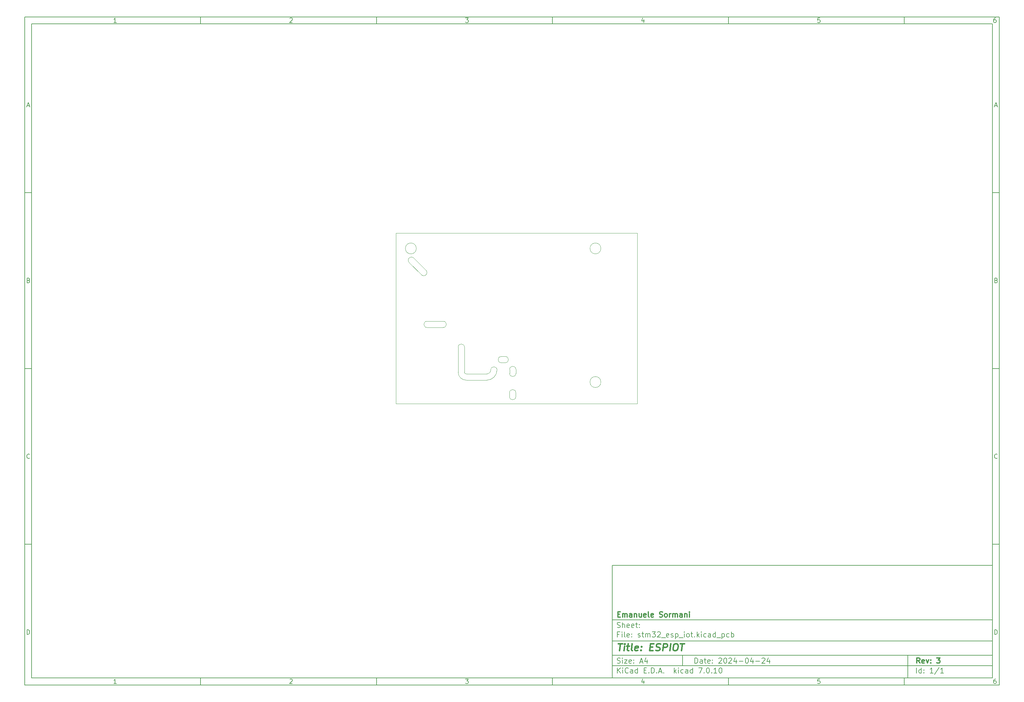
<source format=gbr>
%TF.GenerationSoftware,KiCad,Pcbnew,7.0.10*%
%TF.CreationDate,2024-04-24T00:52:37+02:00*%
%TF.ProjectId,stm32_esp_iot,73746d33-325f-4657-9370-5f696f742e6b,3*%
%TF.SameCoordinates,Original*%
%TF.FileFunction,Profile,NP*%
%FSLAX46Y46*%
G04 Gerber Fmt 4.6, Leading zero omitted, Abs format (unit mm)*
G04 Created by KiCad (PCBNEW 7.0.10) date 2024-04-24 00:52:37*
%MOMM*%
%LPD*%
G01*
G04 APERTURE LIST*
%ADD10C,0.100000*%
%ADD11C,0.150000*%
%ADD12C,0.300000*%
%ADD13C,0.400000*%
%TA.AperFunction,Profile*%
%ADD14C,0.100000*%
%TD*%
G04 APERTURE END LIST*
D10*
D11*
X177002200Y-166007200D02*
X285002200Y-166007200D01*
X285002200Y-198007200D01*
X177002200Y-198007200D01*
X177002200Y-166007200D01*
D10*
D11*
X10000000Y-10000000D02*
X287002200Y-10000000D01*
X287002200Y-200007200D01*
X10000000Y-200007200D01*
X10000000Y-10000000D01*
D10*
D11*
X12000000Y-12000000D02*
X285002200Y-12000000D01*
X285002200Y-198007200D01*
X12000000Y-198007200D01*
X12000000Y-12000000D01*
D10*
D11*
X60000000Y-12000000D02*
X60000000Y-10000000D01*
D10*
D11*
X110000000Y-12000000D02*
X110000000Y-10000000D01*
D10*
D11*
X160000000Y-12000000D02*
X160000000Y-10000000D01*
D10*
D11*
X210000000Y-12000000D02*
X210000000Y-10000000D01*
D10*
D11*
X260000000Y-12000000D02*
X260000000Y-10000000D01*
D10*
D11*
X36089160Y-11593604D02*
X35346303Y-11593604D01*
X35717731Y-11593604D02*
X35717731Y-10293604D01*
X35717731Y-10293604D02*
X35593922Y-10479319D01*
X35593922Y-10479319D02*
X35470112Y-10603128D01*
X35470112Y-10603128D02*
X35346303Y-10665033D01*
D10*
D11*
X85346303Y-10417414D02*
X85408207Y-10355509D01*
X85408207Y-10355509D02*
X85532017Y-10293604D01*
X85532017Y-10293604D02*
X85841541Y-10293604D01*
X85841541Y-10293604D02*
X85965350Y-10355509D01*
X85965350Y-10355509D02*
X86027255Y-10417414D01*
X86027255Y-10417414D02*
X86089160Y-10541223D01*
X86089160Y-10541223D02*
X86089160Y-10665033D01*
X86089160Y-10665033D02*
X86027255Y-10850747D01*
X86027255Y-10850747D02*
X85284398Y-11593604D01*
X85284398Y-11593604D02*
X86089160Y-11593604D01*
D10*
D11*
X135284398Y-10293604D02*
X136089160Y-10293604D01*
X136089160Y-10293604D02*
X135655826Y-10788842D01*
X135655826Y-10788842D02*
X135841541Y-10788842D01*
X135841541Y-10788842D02*
X135965350Y-10850747D01*
X135965350Y-10850747D02*
X136027255Y-10912652D01*
X136027255Y-10912652D02*
X136089160Y-11036461D01*
X136089160Y-11036461D02*
X136089160Y-11345985D01*
X136089160Y-11345985D02*
X136027255Y-11469795D01*
X136027255Y-11469795D02*
X135965350Y-11531700D01*
X135965350Y-11531700D02*
X135841541Y-11593604D01*
X135841541Y-11593604D02*
X135470112Y-11593604D01*
X135470112Y-11593604D02*
X135346303Y-11531700D01*
X135346303Y-11531700D02*
X135284398Y-11469795D01*
D10*
D11*
X185965350Y-10726938D02*
X185965350Y-11593604D01*
X185655826Y-10231700D02*
X185346303Y-11160271D01*
X185346303Y-11160271D02*
X186151064Y-11160271D01*
D10*
D11*
X236027255Y-10293604D02*
X235408207Y-10293604D01*
X235408207Y-10293604D02*
X235346303Y-10912652D01*
X235346303Y-10912652D02*
X235408207Y-10850747D01*
X235408207Y-10850747D02*
X235532017Y-10788842D01*
X235532017Y-10788842D02*
X235841541Y-10788842D01*
X235841541Y-10788842D02*
X235965350Y-10850747D01*
X235965350Y-10850747D02*
X236027255Y-10912652D01*
X236027255Y-10912652D02*
X236089160Y-11036461D01*
X236089160Y-11036461D02*
X236089160Y-11345985D01*
X236089160Y-11345985D02*
X236027255Y-11469795D01*
X236027255Y-11469795D02*
X235965350Y-11531700D01*
X235965350Y-11531700D02*
X235841541Y-11593604D01*
X235841541Y-11593604D02*
X235532017Y-11593604D01*
X235532017Y-11593604D02*
X235408207Y-11531700D01*
X235408207Y-11531700D02*
X235346303Y-11469795D01*
D10*
D11*
X285965350Y-10293604D02*
X285717731Y-10293604D01*
X285717731Y-10293604D02*
X285593922Y-10355509D01*
X285593922Y-10355509D02*
X285532017Y-10417414D01*
X285532017Y-10417414D02*
X285408207Y-10603128D01*
X285408207Y-10603128D02*
X285346303Y-10850747D01*
X285346303Y-10850747D02*
X285346303Y-11345985D01*
X285346303Y-11345985D02*
X285408207Y-11469795D01*
X285408207Y-11469795D02*
X285470112Y-11531700D01*
X285470112Y-11531700D02*
X285593922Y-11593604D01*
X285593922Y-11593604D02*
X285841541Y-11593604D01*
X285841541Y-11593604D02*
X285965350Y-11531700D01*
X285965350Y-11531700D02*
X286027255Y-11469795D01*
X286027255Y-11469795D02*
X286089160Y-11345985D01*
X286089160Y-11345985D02*
X286089160Y-11036461D01*
X286089160Y-11036461D02*
X286027255Y-10912652D01*
X286027255Y-10912652D02*
X285965350Y-10850747D01*
X285965350Y-10850747D02*
X285841541Y-10788842D01*
X285841541Y-10788842D02*
X285593922Y-10788842D01*
X285593922Y-10788842D02*
X285470112Y-10850747D01*
X285470112Y-10850747D02*
X285408207Y-10912652D01*
X285408207Y-10912652D02*
X285346303Y-11036461D01*
D10*
D11*
X60000000Y-198007200D02*
X60000000Y-200007200D01*
D10*
D11*
X110000000Y-198007200D02*
X110000000Y-200007200D01*
D10*
D11*
X160000000Y-198007200D02*
X160000000Y-200007200D01*
D10*
D11*
X210000000Y-198007200D02*
X210000000Y-200007200D01*
D10*
D11*
X260000000Y-198007200D02*
X260000000Y-200007200D01*
D10*
D11*
X36089160Y-199600804D02*
X35346303Y-199600804D01*
X35717731Y-199600804D02*
X35717731Y-198300804D01*
X35717731Y-198300804D02*
X35593922Y-198486519D01*
X35593922Y-198486519D02*
X35470112Y-198610328D01*
X35470112Y-198610328D02*
X35346303Y-198672233D01*
D10*
D11*
X85346303Y-198424614D02*
X85408207Y-198362709D01*
X85408207Y-198362709D02*
X85532017Y-198300804D01*
X85532017Y-198300804D02*
X85841541Y-198300804D01*
X85841541Y-198300804D02*
X85965350Y-198362709D01*
X85965350Y-198362709D02*
X86027255Y-198424614D01*
X86027255Y-198424614D02*
X86089160Y-198548423D01*
X86089160Y-198548423D02*
X86089160Y-198672233D01*
X86089160Y-198672233D02*
X86027255Y-198857947D01*
X86027255Y-198857947D02*
X85284398Y-199600804D01*
X85284398Y-199600804D02*
X86089160Y-199600804D01*
D10*
D11*
X135284398Y-198300804D02*
X136089160Y-198300804D01*
X136089160Y-198300804D02*
X135655826Y-198796042D01*
X135655826Y-198796042D02*
X135841541Y-198796042D01*
X135841541Y-198796042D02*
X135965350Y-198857947D01*
X135965350Y-198857947D02*
X136027255Y-198919852D01*
X136027255Y-198919852D02*
X136089160Y-199043661D01*
X136089160Y-199043661D02*
X136089160Y-199353185D01*
X136089160Y-199353185D02*
X136027255Y-199476995D01*
X136027255Y-199476995D02*
X135965350Y-199538900D01*
X135965350Y-199538900D02*
X135841541Y-199600804D01*
X135841541Y-199600804D02*
X135470112Y-199600804D01*
X135470112Y-199600804D02*
X135346303Y-199538900D01*
X135346303Y-199538900D02*
X135284398Y-199476995D01*
D10*
D11*
X185965350Y-198734138D02*
X185965350Y-199600804D01*
X185655826Y-198238900D02*
X185346303Y-199167471D01*
X185346303Y-199167471D02*
X186151064Y-199167471D01*
D10*
D11*
X236027255Y-198300804D02*
X235408207Y-198300804D01*
X235408207Y-198300804D02*
X235346303Y-198919852D01*
X235346303Y-198919852D02*
X235408207Y-198857947D01*
X235408207Y-198857947D02*
X235532017Y-198796042D01*
X235532017Y-198796042D02*
X235841541Y-198796042D01*
X235841541Y-198796042D02*
X235965350Y-198857947D01*
X235965350Y-198857947D02*
X236027255Y-198919852D01*
X236027255Y-198919852D02*
X236089160Y-199043661D01*
X236089160Y-199043661D02*
X236089160Y-199353185D01*
X236089160Y-199353185D02*
X236027255Y-199476995D01*
X236027255Y-199476995D02*
X235965350Y-199538900D01*
X235965350Y-199538900D02*
X235841541Y-199600804D01*
X235841541Y-199600804D02*
X235532017Y-199600804D01*
X235532017Y-199600804D02*
X235408207Y-199538900D01*
X235408207Y-199538900D02*
X235346303Y-199476995D01*
D10*
D11*
X285965350Y-198300804D02*
X285717731Y-198300804D01*
X285717731Y-198300804D02*
X285593922Y-198362709D01*
X285593922Y-198362709D02*
X285532017Y-198424614D01*
X285532017Y-198424614D02*
X285408207Y-198610328D01*
X285408207Y-198610328D02*
X285346303Y-198857947D01*
X285346303Y-198857947D02*
X285346303Y-199353185D01*
X285346303Y-199353185D02*
X285408207Y-199476995D01*
X285408207Y-199476995D02*
X285470112Y-199538900D01*
X285470112Y-199538900D02*
X285593922Y-199600804D01*
X285593922Y-199600804D02*
X285841541Y-199600804D01*
X285841541Y-199600804D02*
X285965350Y-199538900D01*
X285965350Y-199538900D02*
X286027255Y-199476995D01*
X286027255Y-199476995D02*
X286089160Y-199353185D01*
X286089160Y-199353185D02*
X286089160Y-199043661D01*
X286089160Y-199043661D02*
X286027255Y-198919852D01*
X286027255Y-198919852D02*
X285965350Y-198857947D01*
X285965350Y-198857947D02*
X285841541Y-198796042D01*
X285841541Y-198796042D02*
X285593922Y-198796042D01*
X285593922Y-198796042D02*
X285470112Y-198857947D01*
X285470112Y-198857947D02*
X285408207Y-198919852D01*
X285408207Y-198919852D02*
X285346303Y-199043661D01*
D10*
D11*
X10000000Y-60000000D02*
X12000000Y-60000000D01*
D10*
D11*
X10000000Y-110000000D02*
X12000000Y-110000000D01*
D10*
D11*
X10000000Y-160000000D02*
X12000000Y-160000000D01*
D10*
D11*
X10690476Y-35222176D02*
X11309523Y-35222176D01*
X10566666Y-35593604D02*
X10999999Y-34293604D01*
X10999999Y-34293604D02*
X11433333Y-35593604D01*
D10*
D11*
X11092857Y-84912652D02*
X11278571Y-84974557D01*
X11278571Y-84974557D02*
X11340476Y-85036461D01*
X11340476Y-85036461D02*
X11402380Y-85160271D01*
X11402380Y-85160271D02*
X11402380Y-85345985D01*
X11402380Y-85345985D02*
X11340476Y-85469795D01*
X11340476Y-85469795D02*
X11278571Y-85531700D01*
X11278571Y-85531700D02*
X11154761Y-85593604D01*
X11154761Y-85593604D02*
X10659523Y-85593604D01*
X10659523Y-85593604D02*
X10659523Y-84293604D01*
X10659523Y-84293604D02*
X11092857Y-84293604D01*
X11092857Y-84293604D02*
X11216666Y-84355509D01*
X11216666Y-84355509D02*
X11278571Y-84417414D01*
X11278571Y-84417414D02*
X11340476Y-84541223D01*
X11340476Y-84541223D02*
X11340476Y-84665033D01*
X11340476Y-84665033D02*
X11278571Y-84788842D01*
X11278571Y-84788842D02*
X11216666Y-84850747D01*
X11216666Y-84850747D02*
X11092857Y-84912652D01*
X11092857Y-84912652D02*
X10659523Y-84912652D01*
D10*
D11*
X11402380Y-135469795D02*
X11340476Y-135531700D01*
X11340476Y-135531700D02*
X11154761Y-135593604D01*
X11154761Y-135593604D02*
X11030952Y-135593604D01*
X11030952Y-135593604D02*
X10845238Y-135531700D01*
X10845238Y-135531700D02*
X10721428Y-135407890D01*
X10721428Y-135407890D02*
X10659523Y-135284080D01*
X10659523Y-135284080D02*
X10597619Y-135036461D01*
X10597619Y-135036461D02*
X10597619Y-134850747D01*
X10597619Y-134850747D02*
X10659523Y-134603128D01*
X10659523Y-134603128D02*
X10721428Y-134479319D01*
X10721428Y-134479319D02*
X10845238Y-134355509D01*
X10845238Y-134355509D02*
X11030952Y-134293604D01*
X11030952Y-134293604D02*
X11154761Y-134293604D01*
X11154761Y-134293604D02*
X11340476Y-134355509D01*
X11340476Y-134355509D02*
X11402380Y-134417414D01*
D10*
D11*
X10659523Y-185593604D02*
X10659523Y-184293604D01*
X10659523Y-184293604D02*
X10969047Y-184293604D01*
X10969047Y-184293604D02*
X11154761Y-184355509D01*
X11154761Y-184355509D02*
X11278571Y-184479319D01*
X11278571Y-184479319D02*
X11340476Y-184603128D01*
X11340476Y-184603128D02*
X11402380Y-184850747D01*
X11402380Y-184850747D02*
X11402380Y-185036461D01*
X11402380Y-185036461D02*
X11340476Y-185284080D01*
X11340476Y-185284080D02*
X11278571Y-185407890D01*
X11278571Y-185407890D02*
X11154761Y-185531700D01*
X11154761Y-185531700D02*
X10969047Y-185593604D01*
X10969047Y-185593604D02*
X10659523Y-185593604D01*
D10*
D11*
X287002200Y-60000000D02*
X285002200Y-60000000D01*
D10*
D11*
X287002200Y-110000000D02*
X285002200Y-110000000D01*
D10*
D11*
X287002200Y-160000000D02*
X285002200Y-160000000D01*
D10*
D11*
X285692676Y-35222176D02*
X286311723Y-35222176D01*
X285568866Y-35593604D02*
X286002199Y-34293604D01*
X286002199Y-34293604D02*
X286435533Y-35593604D01*
D10*
D11*
X286095057Y-84912652D02*
X286280771Y-84974557D01*
X286280771Y-84974557D02*
X286342676Y-85036461D01*
X286342676Y-85036461D02*
X286404580Y-85160271D01*
X286404580Y-85160271D02*
X286404580Y-85345985D01*
X286404580Y-85345985D02*
X286342676Y-85469795D01*
X286342676Y-85469795D02*
X286280771Y-85531700D01*
X286280771Y-85531700D02*
X286156961Y-85593604D01*
X286156961Y-85593604D02*
X285661723Y-85593604D01*
X285661723Y-85593604D02*
X285661723Y-84293604D01*
X285661723Y-84293604D02*
X286095057Y-84293604D01*
X286095057Y-84293604D02*
X286218866Y-84355509D01*
X286218866Y-84355509D02*
X286280771Y-84417414D01*
X286280771Y-84417414D02*
X286342676Y-84541223D01*
X286342676Y-84541223D02*
X286342676Y-84665033D01*
X286342676Y-84665033D02*
X286280771Y-84788842D01*
X286280771Y-84788842D02*
X286218866Y-84850747D01*
X286218866Y-84850747D02*
X286095057Y-84912652D01*
X286095057Y-84912652D02*
X285661723Y-84912652D01*
D10*
D11*
X286404580Y-135469795D02*
X286342676Y-135531700D01*
X286342676Y-135531700D02*
X286156961Y-135593604D01*
X286156961Y-135593604D02*
X286033152Y-135593604D01*
X286033152Y-135593604D02*
X285847438Y-135531700D01*
X285847438Y-135531700D02*
X285723628Y-135407890D01*
X285723628Y-135407890D02*
X285661723Y-135284080D01*
X285661723Y-135284080D02*
X285599819Y-135036461D01*
X285599819Y-135036461D02*
X285599819Y-134850747D01*
X285599819Y-134850747D02*
X285661723Y-134603128D01*
X285661723Y-134603128D02*
X285723628Y-134479319D01*
X285723628Y-134479319D02*
X285847438Y-134355509D01*
X285847438Y-134355509D02*
X286033152Y-134293604D01*
X286033152Y-134293604D02*
X286156961Y-134293604D01*
X286156961Y-134293604D02*
X286342676Y-134355509D01*
X286342676Y-134355509D02*
X286404580Y-134417414D01*
D10*
D11*
X285661723Y-185593604D02*
X285661723Y-184293604D01*
X285661723Y-184293604D02*
X285971247Y-184293604D01*
X285971247Y-184293604D02*
X286156961Y-184355509D01*
X286156961Y-184355509D02*
X286280771Y-184479319D01*
X286280771Y-184479319D02*
X286342676Y-184603128D01*
X286342676Y-184603128D02*
X286404580Y-184850747D01*
X286404580Y-184850747D02*
X286404580Y-185036461D01*
X286404580Y-185036461D02*
X286342676Y-185284080D01*
X286342676Y-185284080D02*
X286280771Y-185407890D01*
X286280771Y-185407890D02*
X286156961Y-185531700D01*
X286156961Y-185531700D02*
X285971247Y-185593604D01*
X285971247Y-185593604D02*
X285661723Y-185593604D01*
D10*
D11*
X200458026Y-193793328D02*
X200458026Y-192293328D01*
X200458026Y-192293328D02*
X200815169Y-192293328D01*
X200815169Y-192293328D02*
X201029455Y-192364757D01*
X201029455Y-192364757D02*
X201172312Y-192507614D01*
X201172312Y-192507614D02*
X201243741Y-192650471D01*
X201243741Y-192650471D02*
X201315169Y-192936185D01*
X201315169Y-192936185D02*
X201315169Y-193150471D01*
X201315169Y-193150471D02*
X201243741Y-193436185D01*
X201243741Y-193436185D02*
X201172312Y-193579042D01*
X201172312Y-193579042D02*
X201029455Y-193721900D01*
X201029455Y-193721900D02*
X200815169Y-193793328D01*
X200815169Y-193793328D02*
X200458026Y-193793328D01*
X202600884Y-193793328D02*
X202600884Y-193007614D01*
X202600884Y-193007614D02*
X202529455Y-192864757D01*
X202529455Y-192864757D02*
X202386598Y-192793328D01*
X202386598Y-192793328D02*
X202100884Y-192793328D01*
X202100884Y-192793328D02*
X201958026Y-192864757D01*
X202600884Y-193721900D02*
X202458026Y-193793328D01*
X202458026Y-193793328D02*
X202100884Y-193793328D01*
X202100884Y-193793328D02*
X201958026Y-193721900D01*
X201958026Y-193721900D02*
X201886598Y-193579042D01*
X201886598Y-193579042D02*
X201886598Y-193436185D01*
X201886598Y-193436185D02*
X201958026Y-193293328D01*
X201958026Y-193293328D02*
X202100884Y-193221900D01*
X202100884Y-193221900D02*
X202458026Y-193221900D01*
X202458026Y-193221900D02*
X202600884Y-193150471D01*
X203100884Y-192793328D02*
X203672312Y-192793328D01*
X203315169Y-192293328D02*
X203315169Y-193579042D01*
X203315169Y-193579042D02*
X203386598Y-193721900D01*
X203386598Y-193721900D02*
X203529455Y-193793328D01*
X203529455Y-193793328D02*
X203672312Y-193793328D01*
X204743741Y-193721900D02*
X204600884Y-193793328D01*
X204600884Y-193793328D02*
X204315170Y-193793328D01*
X204315170Y-193793328D02*
X204172312Y-193721900D01*
X204172312Y-193721900D02*
X204100884Y-193579042D01*
X204100884Y-193579042D02*
X204100884Y-193007614D01*
X204100884Y-193007614D02*
X204172312Y-192864757D01*
X204172312Y-192864757D02*
X204315170Y-192793328D01*
X204315170Y-192793328D02*
X204600884Y-192793328D01*
X204600884Y-192793328D02*
X204743741Y-192864757D01*
X204743741Y-192864757D02*
X204815170Y-193007614D01*
X204815170Y-193007614D02*
X204815170Y-193150471D01*
X204815170Y-193150471D02*
X204100884Y-193293328D01*
X205458026Y-193650471D02*
X205529455Y-193721900D01*
X205529455Y-193721900D02*
X205458026Y-193793328D01*
X205458026Y-193793328D02*
X205386598Y-193721900D01*
X205386598Y-193721900D02*
X205458026Y-193650471D01*
X205458026Y-193650471D02*
X205458026Y-193793328D01*
X205458026Y-192864757D02*
X205529455Y-192936185D01*
X205529455Y-192936185D02*
X205458026Y-193007614D01*
X205458026Y-193007614D02*
X205386598Y-192936185D01*
X205386598Y-192936185D02*
X205458026Y-192864757D01*
X205458026Y-192864757D02*
X205458026Y-193007614D01*
X207243741Y-192436185D02*
X207315169Y-192364757D01*
X207315169Y-192364757D02*
X207458027Y-192293328D01*
X207458027Y-192293328D02*
X207815169Y-192293328D01*
X207815169Y-192293328D02*
X207958027Y-192364757D01*
X207958027Y-192364757D02*
X208029455Y-192436185D01*
X208029455Y-192436185D02*
X208100884Y-192579042D01*
X208100884Y-192579042D02*
X208100884Y-192721900D01*
X208100884Y-192721900D02*
X208029455Y-192936185D01*
X208029455Y-192936185D02*
X207172312Y-193793328D01*
X207172312Y-193793328D02*
X208100884Y-193793328D01*
X209029455Y-192293328D02*
X209172312Y-192293328D01*
X209172312Y-192293328D02*
X209315169Y-192364757D01*
X209315169Y-192364757D02*
X209386598Y-192436185D01*
X209386598Y-192436185D02*
X209458026Y-192579042D01*
X209458026Y-192579042D02*
X209529455Y-192864757D01*
X209529455Y-192864757D02*
X209529455Y-193221900D01*
X209529455Y-193221900D02*
X209458026Y-193507614D01*
X209458026Y-193507614D02*
X209386598Y-193650471D01*
X209386598Y-193650471D02*
X209315169Y-193721900D01*
X209315169Y-193721900D02*
X209172312Y-193793328D01*
X209172312Y-193793328D02*
X209029455Y-193793328D01*
X209029455Y-193793328D02*
X208886598Y-193721900D01*
X208886598Y-193721900D02*
X208815169Y-193650471D01*
X208815169Y-193650471D02*
X208743740Y-193507614D01*
X208743740Y-193507614D02*
X208672312Y-193221900D01*
X208672312Y-193221900D02*
X208672312Y-192864757D01*
X208672312Y-192864757D02*
X208743740Y-192579042D01*
X208743740Y-192579042D02*
X208815169Y-192436185D01*
X208815169Y-192436185D02*
X208886598Y-192364757D01*
X208886598Y-192364757D02*
X209029455Y-192293328D01*
X210100883Y-192436185D02*
X210172311Y-192364757D01*
X210172311Y-192364757D02*
X210315169Y-192293328D01*
X210315169Y-192293328D02*
X210672311Y-192293328D01*
X210672311Y-192293328D02*
X210815169Y-192364757D01*
X210815169Y-192364757D02*
X210886597Y-192436185D01*
X210886597Y-192436185D02*
X210958026Y-192579042D01*
X210958026Y-192579042D02*
X210958026Y-192721900D01*
X210958026Y-192721900D02*
X210886597Y-192936185D01*
X210886597Y-192936185D02*
X210029454Y-193793328D01*
X210029454Y-193793328D02*
X210958026Y-193793328D01*
X212243740Y-192793328D02*
X212243740Y-193793328D01*
X211886597Y-192221900D02*
X211529454Y-193293328D01*
X211529454Y-193293328D02*
X212458025Y-193293328D01*
X213029453Y-193221900D02*
X214172311Y-193221900D01*
X215172311Y-192293328D02*
X215315168Y-192293328D01*
X215315168Y-192293328D02*
X215458025Y-192364757D01*
X215458025Y-192364757D02*
X215529454Y-192436185D01*
X215529454Y-192436185D02*
X215600882Y-192579042D01*
X215600882Y-192579042D02*
X215672311Y-192864757D01*
X215672311Y-192864757D02*
X215672311Y-193221900D01*
X215672311Y-193221900D02*
X215600882Y-193507614D01*
X215600882Y-193507614D02*
X215529454Y-193650471D01*
X215529454Y-193650471D02*
X215458025Y-193721900D01*
X215458025Y-193721900D02*
X215315168Y-193793328D01*
X215315168Y-193793328D02*
X215172311Y-193793328D01*
X215172311Y-193793328D02*
X215029454Y-193721900D01*
X215029454Y-193721900D02*
X214958025Y-193650471D01*
X214958025Y-193650471D02*
X214886596Y-193507614D01*
X214886596Y-193507614D02*
X214815168Y-193221900D01*
X214815168Y-193221900D02*
X214815168Y-192864757D01*
X214815168Y-192864757D02*
X214886596Y-192579042D01*
X214886596Y-192579042D02*
X214958025Y-192436185D01*
X214958025Y-192436185D02*
X215029454Y-192364757D01*
X215029454Y-192364757D02*
X215172311Y-192293328D01*
X216958025Y-192793328D02*
X216958025Y-193793328D01*
X216600882Y-192221900D02*
X216243739Y-193293328D01*
X216243739Y-193293328D02*
X217172310Y-193293328D01*
X217743738Y-193221900D02*
X218886596Y-193221900D01*
X219529453Y-192436185D02*
X219600881Y-192364757D01*
X219600881Y-192364757D02*
X219743739Y-192293328D01*
X219743739Y-192293328D02*
X220100881Y-192293328D01*
X220100881Y-192293328D02*
X220243739Y-192364757D01*
X220243739Y-192364757D02*
X220315167Y-192436185D01*
X220315167Y-192436185D02*
X220386596Y-192579042D01*
X220386596Y-192579042D02*
X220386596Y-192721900D01*
X220386596Y-192721900D02*
X220315167Y-192936185D01*
X220315167Y-192936185D02*
X219458024Y-193793328D01*
X219458024Y-193793328D02*
X220386596Y-193793328D01*
X221672310Y-192793328D02*
X221672310Y-193793328D01*
X221315167Y-192221900D02*
X220958024Y-193293328D01*
X220958024Y-193293328D02*
X221886595Y-193293328D01*
D10*
D11*
X177002200Y-194507200D02*
X285002200Y-194507200D01*
D10*
D11*
X178458026Y-196593328D02*
X178458026Y-195093328D01*
X179315169Y-196593328D02*
X178672312Y-195736185D01*
X179315169Y-195093328D02*
X178458026Y-195950471D01*
X179958026Y-196593328D02*
X179958026Y-195593328D01*
X179958026Y-195093328D02*
X179886598Y-195164757D01*
X179886598Y-195164757D02*
X179958026Y-195236185D01*
X179958026Y-195236185D02*
X180029455Y-195164757D01*
X180029455Y-195164757D02*
X179958026Y-195093328D01*
X179958026Y-195093328D02*
X179958026Y-195236185D01*
X181529455Y-196450471D02*
X181458027Y-196521900D01*
X181458027Y-196521900D02*
X181243741Y-196593328D01*
X181243741Y-196593328D02*
X181100884Y-196593328D01*
X181100884Y-196593328D02*
X180886598Y-196521900D01*
X180886598Y-196521900D02*
X180743741Y-196379042D01*
X180743741Y-196379042D02*
X180672312Y-196236185D01*
X180672312Y-196236185D02*
X180600884Y-195950471D01*
X180600884Y-195950471D02*
X180600884Y-195736185D01*
X180600884Y-195736185D02*
X180672312Y-195450471D01*
X180672312Y-195450471D02*
X180743741Y-195307614D01*
X180743741Y-195307614D02*
X180886598Y-195164757D01*
X180886598Y-195164757D02*
X181100884Y-195093328D01*
X181100884Y-195093328D02*
X181243741Y-195093328D01*
X181243741Y-195093328D02*
X181458027Y-195164757D01*
X181458027Y-195164757D02*
X181529455Y-195236185D01*
X182815170Y-196593328D02*
X182815170Y-195807614D01*
X182815170Y-195807614D02*
X182743741Y-195664757D01*
X182743741Y-195664757D02*
X182600884Y-195593328D01*
X182600884Y-195593328D02*
X182315170Y-195593328D01*
X182315170Y-195593328D02*
X182172312Y-195664757D01*
X182815170Y-196521900D02*
X182672312Y-196593328D01*
X182672312Y-196593328D02*
X182315170Y-196593328D01*
X182315170Y-196593328D02*
X182172312Y-196521900D01*
X182172312Y-196521900D02*
X182100884Y-196379042D01*
X182100884Y-196379042D02*
X182100884Y-196236185D01*
X182100884Y-196236185D02*
X182172312Y-196093328D01*
X182172312Y-196093328D02*
X182315170Y-196021900D01*
X182315170Y-196021900D02*
X182672312Y-196021900D01*
X182672312Y-196021900D02*
X182815170Y-195950471D01*
X184172313Y-196593328D02*
X184172313Y-195093328D01*
X184172313Y-196521900D02*
X184029455Y-196593328D01*
X184029455Y-196593328D02*
X183743741Y-196593328D01*
X183743741Y-196593328D02*
X183600884Y-196521900D01*
X183600884Y-196521900D02*
X183529455Y-196450471D01*
X183529455Y-196450471D02*
X183458027Y-196307614D01*
X183458027Y-196307614D02*
X183458027Y-195879042D01*
X183458027Y-195879042D02*
X183529455Y-195736185D01*
X183529455Y-195736185D02*
X183600884Y-195664757D01*
X183600884Y-195664757D02*
X183743741Y-195593328D01*
X183743741Y-195593328D02*
X184029455Y-195593328D01*
X184029455Y-195593328D02*
X184172313Y-195664757D01*
X186029455Y-195807614D02*
X186529455Y-195807614D01*
X186743741Y-196593328D02*
X186029455Y-196593328D01*
X186029455Y-196593328D02*
X186029455Y-195093328D01*
X186029455Y-195093328D02*
X186743741Y-195093328D01*
X187386598Y-196450471D02*
X187458027Y-196521900D01*
X187458027Y-196521900D02*
X187386598Y-196593328D01*
X187386598Y-196593328D02*
X187315170Y-196521900D01*
X187315170Y-196521900D02*
X187386598Y-196450471D01*
X187386598Y-196450471D02*
X187386598Y-196593328D01*
X188100884Y-196593328D02*
X188100884Y-195093328D01*
X188100884Y-195093328D02*
X188458027Y-195093328D01*
X188458027Y-195093328D02*
X188672313Y-195164757D01*
X188672313Y-195164757D02*
X188815170Y-195307614D01*
X188815170Y-195307614D02*
X188886599Y-195450471D01*
X188886599Y-195450471D02*
X188958027Y-195736185D01*
X188958027Y-195736185D02*
X188958027Y-195950471D01*
X188958027Y-195950471D02*
X188886599Y-196236185D01*
X188886599Y-196236185D02*
X188815170Y-196379042D01*
X188815170Y-196379042D02*
X188672313Y-196521900D01*
X188672313Y-196521900D02*
X188458027Y-196593328D01*
X188458027Y-196593328D02*
X188100884Y-196593328D01*
X189600884Y-196450471D02*
X189672313Y-196521900D01*
X189672313Y-196521900D02*
X189600884Y-196593328D01*
X189600884Y-196593328D02*
X189529456Y-196521900D01*
X189529456Y-196521900D02*
X189600884Y-196450471D01*
X189600884Y-196450471D02*
X189600884Y-196593328D01*
X190243742Y-196164757D02*
X190958028Y-196164757D01*
X190100885Y-196593328D02*
X190600885Y-195093328D01*
X190600885Y-195093328D02*
X191100885Y-196593328D01*
X191600884Y-196450471D02*
X191672313Y-196521900D01*
X191672313Y-196521900D02*
X191600884Y-196593328D01*
X191600884Y-196593328D02*
X191529456Y-196521900D01*
X191529456Y-196521900D02*
X191600884Y-196450471D01*
X191600884Y-196450471D02*
X191600884Y-196593328D01*
X194600884Y-196593328D02*
X194600884Y-195093328D01*
X194743742Y-196021900D02*
X195172313Y-196593328D01*
X195172313Y-195593328D02*
X194600884Y-196164757D01*
X195815170Y-196593328D02*
X195815170Y-195593328D01*
X195815170Y-195093328D02*
X195743742Y-195164757D01*
X195743742Y-195164757D02*
X195815170Y-195236185D01*
X195815170Y-195236185D02*
X195886599Y-195164757D01*
X195886599Y-195164757D02*
X195815170Y-195093328D01*
X195815170Y-195093328D02*
X195815170Y-195236185D01*
X197172314Y-196521900D02*
X197029456Y-196593328D01*
X197029456Y-196593328D02*
X196743742Y-196593328D01*
X196743742Y-196593328D02*
X196600885Y-196521900D01*
X196600885Y-196521900D02*
X196529456Y-196450471D01*
X196529456Y-196450471D02*
X196458028Y-196307614D01*
X196458028Y-196307614D02*
X196458028Y-195879042D01*
X196458028Y-195879042D02*
X196529456Y-195736185D01*
X196529456Y-195736185D02*
X196600885Y-195664757D01*
X196600885Y-195664757D02*
X196743742Y-195593328D01*
X196743742Y-195593328D02*
X197029456Y-195593328D01*
X197029456Y-195593328D02*
X197172314Y-195664757D01*
X198458028Y-196593328D02*
X198458028Y-195807614D01*
X198458028Y-195807614D02*
X198386599Y-195664757D01*
X198386599Y-195664757D02*
X198243742Y-195593328D01*
X198243742Y-195593328D02*
X197958028Y-195593328D01*
X197958028Y-195593328D02*
X197815170Y-195664757D01*
X198458028Y-196521900D02*
X198315170Y-196593328D01*
X198315170Y-196593328D02*
X197958028Y-196593328D01*
X197958028Y-196593328D02*
X197815170Y-196521900D01*
X197815170Y-196521900D02*
X197743742Y-196379042D01*
X197743742Y-196379042D02*
X197743742Y-196236185D01*
X197743742Y-196236185D02*
X197815170Y-196093328D01*
X197815170Y-196093328D02*
X197958028Y-196021900D01*
X197958028Y-196021900D02*
X198315170Y-196021900D01*
X198315170Y-196021900D02*
X198458028Y-195950471D01*
X199815171Y-196593328D02*
X199815171Y-195093328D01*
X199815171Y-196521900D02*
X199672313Y-196593328D01*
X199672313Y-196593328D02*
X199386599Y-196593328D01*
X199386599Y-196593328D02*
X199243742Y-196521900D01*
X199243742Y-196521900D02*
X199172313Y-196450471D01*
X199172313Y-196450471D02*
X199100885Y-196307614D01*
X199100885Y-196307614D02*
X199100885Y-195879042D01*
X199100885Y-195879042D02*
X199172313Y-195736185D01*
X199172313Y-195736185D02*
X199243742Y-195664757D01*
X199243742Y-195664757D02*
X199386599Y-195593328D01*
X199386599Y-195593328D02*
X199672313Y-195593328D01*
X199672313Y-195593328D02*
X199815171Y-195664757D01*
X201529456Y-195093328D02*
X202529456Y-195093328D01*
X202529456Y-195093328D02*
X201886599Y-196593328D01*
X203100884Y-196450471D02*
X203172313Y-196521900D01*
X203172313Y-196521900D02*
X203100884Y-196593328D01*
X203100884Y-196593328D02*
X203029456Y-196521900D01*
X203029456Y-196521900D02*
X203100884Y-196450471D01*
X203100884Y-196450471D02*
X203100884Y-196593328D01*
X204100885Y-195093328D02*
X204243742Y-195093328D01*
X204243742Y-195093328D02*
X204386599Y-195164757D01*
X204386599Y-195164757D02*
X204458028Y-195236185D01*
X204458028Y-195236185D02*
X204529456Y-195379042D01*
X204529456Y-195379042D02*
X204600885Y-195664757D01*
X204600885Y-195664757D02*
X204600885Y-196021900D01*
X204600885Y-196021900D02*
X204529456Y-196307614D01*
X204529456Y-196307614D02*
X204458028Y-196450471D01*
X204458028Y-196450471D02*
X204386599Y-196521900D01*
X204386599Y-196521900D02*
X204243742Y-196593328D01*
X204243742Y-196593328D02*
X204100885Y-196593328D01*
X204100885Y-196593328D02*
X203958028Y-196521900D01*
X203958028Y-196521900D02*
X203886599Y-196450471D01*
X203886599Y-196450471D02*
X203815170Y-196307614D01*
X203815170Y-196307614D02*
X203743742Y-196021900D01*
X203743742Y-196021900D02*
X203743742Y-195664757D01*
X203743742Y-195664757D02*
X203815170Y-195379042D01*
X203815170Y-195379042D02*
X203886599Y-195236185D01*
X203886599Y-195236185D02*
X203958028Y-195164757D01*
X203958028Y-195164757D02*
X204100885Y-195093328D01*
X205243741Y-196450471D02*
X205315170Y-196521900D01*
X205315170Y-196521900D02*
X205243741Y-196593328D01*
X205243741Y-196593328D02*
X205172313Y-196521900D01*
X205172313Y-196521900D02*
X205243741Y-196450471D01*
X205243741Y-196450471D02*
X205243741Y-196593328D01*
X206743742Y-196593328D02*
X205886599Y-196593328D01*
X206315170Y-196593328D02*
X206315170Y-195093328D01*
X206315170Y-195093328D02*
X206172313Y-195307614D01*
X206172313Y-195307614D02*
X206029456Y-195450471D01*
X206029456Y-195450471D02*
X205886599Y-195521900D01*
X207672313Y-195093328D02*
X207815170Y-195093328D01*
X207815170Y-195093328D02*
X207958027Y-195164757D01*
X207958027Y-195164757D02*
X208029456Y-195236185D01*
X208029456Y-195236185D02*
X208100884Y-195379042D01*
X208100884Y-195379042D02*
X208172313Y-195664757D01*
X208172313Y-195664757D02*
X208172313Y-196021900D01*
X208172313Y-196021900D02*
X208100884Y-196307614D01*
X208100884Y-196307614D02*
X208029456Y-196450471D01*
X208029456Y-196450471D02*
X207958027Y-196521900D01*
X207958027Y-196521900D02*
X207815170Y-196593328D01*
X207815170Y-196593328D02*
X207672313Y-196593328D01*
X207672313Y-196593328D02*
X207529456Y-196521900D01*
X207529456Y-196521900D02*
X207458027Y-196450471D01*
X207458027Y-196450471D02*
X207386598Y-196307614D01*
X207386598Y-196307614D02*
X207315170Y-196021900D01*
X207315170Y-196021900D02*
X207315170Y-195664757D01*
X207315170Y-195664757D02*
X207386598Y-195379042D01*
X207386598Y-195379042D02*
X207458027Y-195236185D01*
X207458027Y-195236185D02*
X207529456Y-195164757D01*
X207529456Y-195164757D02*
X207672313Y-195093328D01*
D10*
D11*
X177002200Y-191507200D02*
X285002200Y-191507200D01*
D10*
D12*
X264413853Y-193785528D02*
X263913853Y-193071242D01*
X263556710Y-193785528D02*
X263556710Y-192285528D01*
X263556710Y-192285528D02*
X264128139Y-192285528D01*
X264128139Y-192285528D02*
X264270996Y-192356957D01*
X264270996Y-192356957D02*
X264342425Y-192428385D01*
X264342425Y-192428385D02*
X264413853Y-192571242D01*
X264413853Y-192571242D02*
X264413853Y-192785528D01*
X264413853Y-192785528D02*
X264342425Y-192928385D01*
X264342425Y-192928385D02*
X264270996Y-192999814D01*
X264270996Y-192999814D02*
X264128139Y-193071242D01*
X264128139Y-193071242D02*
X263556710Y-193071242D01*
X265628139Y-193714100D02*
X265485282Y-193785528D01*
X265485282Y-193785528D02*
X265199568Y-193785528D01*
X265199568Y-193785528D02*
X265056710Y-193714100D01*
X265056710Y-193714100D02*
X264985282Y-193571242D01*
X264985282Y-193571242D02*
X264985282Y-192999814D01*
X264985282Y-192999814D02*
X265056710Y-192856957D01*
X265056710Y-192856957D02*
X265199568Y-192785528D01*
X265199568Y-192785528D02*
X265485282Y-192785528D01*
X265485282Y-192785528D02*
X265628139Y-192856957D01*
X265628139Y-192856957D02*
X265699568Y-192999814D01*
X265699568Y-192999814D02*
X265699568Y-193142671D01*
X265699568Y-193142671D02*
X264985282Y-193285528D01*
X266199567Y-192785528D02*
X266556710Y-193785528D01*
X266556710Y-193785528D02*
X266913853Y-192785528D01*
X267485281Y-193642671D02*
X267556710Y-193714100D01*
X267556710Y-193714100D02*
X267485281Y-193785528D01*
X267485281Y-193785528D02*
X267413853Y-193714100D01*
X267413853Y-193714100D02*
X267485281Y-193642671D01*
X267485281Y-193642671D02*
X267485281Y-193785528D01*
X267485281Y-192856957D02*
X267556710Y-192928385D01*
X267556710Y-192928385D02*
X267485281Y-192999814D01*
X267485281Y-192999814D02*
X267413853Y-192928385D01*
X267413853Y-192928385D02*
X267485281Y-192856957D01*
X267485281Y-192856957D02*
X267485281Y-192999814D01*
X269199567Y-192285528D02*
X270128139Y-192285528D01*
X270128139Y-192285528D02*
X269628139Y-192856957D01*
X269628139Y-192856957D02*
X269842424Y-192856957D01*
X269842424Y-192856957D02*
X269985282Y-192928385D01*
X269985282Y-192928385D02*
X270056710Y-192999814D01*
X270056710Y-192999814D02*
X270128139Y-193142671D01*
X270128139Y-193142671D02*
X270128139Y-193499814D01*
X270128139Y-193499814D02*
X270056710Y-193642671D01*
X270056710Y-193642671D02*
X269985282Y-193714100D01*
X269985282Y-193714100D02*
X269842424Y-193785528D01*
X269842424Y-193785528D02*
X269413853Y-193785528D01*
X269413853Y-193785528D02*
X269270996Y-193714100D01*
X269270996Y-193714100D02*
X269199567Y-193642671D01*
D10*
D11*
X178386598Y-193721900D02*
X178600884Y-193793328D01*
X178600884Y-193793328D02*
X178958026Y-193793328D01*
X178958026Y-193793328D02*
X179100884Y-193721900D01*
X179100884Y-193721900D02*
X179172312Y-193650471D01*
X179172312Y-193650471D02*
X179243741Y-193507614D01*
X179243741Y-193507614D02*
X179243741Y-193364757D01*
X179243741Y-193364757D02*
X179172312Y-193221900D01*
X179172312Y-193221900D02*
X179100884Y-193150471D01*
X179100884Y-193150471D02*
X178958026Y-193079042D01*
X178958026Y-193079042D02*
X178672312Y-193007614D01*
X178672312Y-193007614D02*
X178529455Y-192936185D01*
X178529455Y-192936185D02*
X178458026Y-192864757D01*
X178458026Y-192864757D02*
X178386598Y-192721900D01*
X178386598Y-192721900D02*
X178386598Y-192579042D01*
X178386598Y-192579042D02*
X178458026Y-192436185D01*
X178458026Y-192436185D02*
X178529455Y-192364757D01*
X178529455Y-192364757D02*
X178672312Y-192293328D01*
X178672312Y-192293328D02*
X179029455Y-192293328D01*
X179029455Y-192293328D02*
X179243741Y-192364757D01*
X179886597Y-193793328D02*
X179886597Y-192793328D01*
X179886597Y-192293328D02*
X179815169Y-192364757D01*
X179815169Y-192364757D02*
X179886597Y-192436185D01*
X179886597Y-192436185D02*
X179958026Y-192364757D01*
X179958026Y-192364757D02*
X179886597Y-192293328D01*
X179886597Y-192293328D02*
X179886597Y-192436185D01*
X180458026Y-192793328D02*
X181243741Y-192793328D01*
X181243741Y-192793328D02*
X180458026Y-193793328D01*
X180458026Y-193793328D02*
X181243741Y-193793328D01*
X182386598Y-193721900D02*
X182243741Y-193793328D01*
X182243741Y-193793328D02*
X181958027Y-193793328D01*
X181958027Y-193793328D02*
X181815169Y-193721900D01*
X181815169Y-193721900D02*
X181743741Y-193579042D01*
X181743741Y-193579042D02*
X181743741Y-193007614D01*
X181743741Y-193007614D02*
X181815169Y-192864757D01*
X181815169Y-192864757D02*
X181958027Y-192793328D01*
X181958027Y-192793328D02*
X182243741Y-192793328D01*
X182243741Y-192793328D02*
X182386598Y-192864757D01*
X182386598Y-192864757D02*
X182458027Y-193007614D01*
X182458027Y-193007614D02*
X182458027Y-193150471D01*
X182458027Y-193150471D02*
X181743741Y-193293328D01*
X183100883Y-193650471D02*
X183172312Y-193721900D01*
X183172312Y-193721900D02*
X183100883Y-193793328D01*
X183100883Y-193793328D02*
X183029455Y-193721900D01*
X183029455Y-193721900D02*
X183100883Y-193650471D01*
X183100883Y-193650471D02*
X183100883Y-193793328D01*
X183100883Y-192864757D02*
X183172312Y-192936185D01*
X183172312Y-192936185D02*
X183100883Y-193007614D01*
X183100883Y-193007614D02*
X183029455Y-192936185D01*
X183029455Y-192936185D02*
X183100883Y-192864757D01*
X183100883Y-192864757D02*
X183100883Y-193007614D01*
X184886598Y-193364757D02*
X185600884Y-193364757D01*
X184743741Y-193793328D02*
X185243741Y-192293328D01*
X185243741Y-192293328D02*
X185743741Y-193793328D01*
X186886598Y-192793328D02*
X186886598Y-193793328D01*
X186529455Y-192221900D02*
X186172312Y-193293328D01*
X186172312Y-193293328D02*
X187100883Y-193293328D01*
D10*
D11*
X263458026Y-196593328D02*
X263458026Y-195093328D01*
X264815170Y-196593328D02*
X264815170Y-195093328D01*
X264815170Y-196521900D02*
X264672312Y-196593328D01*
X264672312Y-196593328D02*
X264386598Y-196593328D01*
X264386598Y-196593328D02*
X264243741Y-196521900D01*
X264243741Y-196521900D02*
X264172312Y-196450471D01*
X264172312Y-196450471D02*
X264100884Y-196307614D01*
X264100884Y-196307614D02*
X264100884Y-195879042D01*
X264100884Y-195879042D02*
X264172312Y-195736185D01*
X264172312Y-195736185D02*
X264243741Y-195664757D01*
X264243741Y-195664757D02*
X264386598Y-195593328D01*
X264386598Y-195593328D02*
X264672312Y-195593328D01*
X264672312Y-195593328D02*
X264815170Y-195664757D01*
X265529455Y-196450471D02*
X265600884Y-196521900D01*
X265600884Y-196521900D02*
X265529455Y-196593328D01*
X265529455Y-196593328D02*
X265458027Y-196521900D01*
X265458027Y-196521900D02*
X265529455Y-196450471D01*
X265529455Y-196450471D02*
X265529455Y-196593328D01*
X265529455Y-195664757D02*
X265600884Y-195736185D01*
X265600884Y-195736185D02*
X265529455Y-195807614D01*
X265529455Y-195807614D02*
X265458027Y-195736185D01*
X265458027Y-195736185D02*
X265529455Y-195664757D01*
X265529455Y-195664757D02*
X265529455Y-195807614D01*
X268172313Y-196593328D02*
X267315170Y-196593328D01*
X267743741Y-196593328D02*
X267743741Y-195093328D01*
X267743741Y-195093328D02*
X267600884Y-195307614D01*
X267600884Y-195307614D02*
X267458027Y-195450471D01*
X267458027Y-195450471D02*
X267315170Y-195521900D01*
X269886598Y-195021900D02*
X268600884Y-196950471D01*
X271172313Y-196593328D02*
X270315170Y-196593328D01*
X270743741Y-196593328D02*
X270743741Y-195093328D01*
X270743741Y-195093328D02*
X270600884Y-195307614D01*
X270600884Y-195307614D02*
X270458027Y-195450471D01*
X270458027Y-195450471D02*
X270315170Y-195521900D01*
D10*
D11*
X177002200Y-187507200D02*
X285002200Y-187507200D01*
D10*
D13*
X178693928Y-188211638D02*
X179836785Y-188211638D01*
X179015357Y-190211638D02*
X179265357Y-188211638D01*
X180253452Y-190211638D02*
X180420119Y-188878304D01*
X180503452Y-188211638D02*
X180396309Y-188306876D01*
X180396309Y-188306876D02*
X180479643Y-188402114D01*
X180479643Y-188402114D02*
X180586786Y-188306876D01*
X180586786Y-188306876D02*
X180503452Y-188211638D01*
X180503452Y-188211638D02*
X180479643Y-188402114D01*
X181086786Y-188878304D02*
X181848690Y-188878304D01*
X181455833Y-188211638D02*
X181241548Y-189925923D01*
X181241548Y-189925923D02*
X181312976Y-190116400D01*
X181312976Y-190116400D02*
X181491548Y-190211638D01*
X181491548Y-190211638D02*
X181682024Y-190211638D01*
X182634405Y-190211638D02*
X182455833Y-190116400D01*
X182455833Y-190116400D02*
X182384405Y-189925923D01*
X182384405Y-189925923D02*
X182598690Y-188211638D01*
X184170119Y-190116400D02*
X183967738Y-190211638D01*
X183967738Y-190211638D02*
X183586785Y-190211638D01*
X183586785Y-190211638D02*
X183408214Y-190116400D01*
X183408214Y-190116400D02*
X183336785Y-189925923D01*
X183336785Y-189925923D02*
X183432024Y-189164019D01*
X183432024Y-189164019D02*
X183551071Y-188973542D01*
X183551071Y-188973542D02*
X183753452Y-188878304D01*
X183753452Y-188878304D02*
X184134404Y-188878304D01*
X184134404Y-188878304D02*
X184312976Y-188973542D01*
X184312976Y-188973542D02*
X184384404Y-189164019D01*
X184384404Y-189164019D02*
X184360595Y-189354495D01*
X184360595Y-189354495D02*
X183384404Y-189544971D01*
X185134405Y-190021161D02*
X185217738Y-190116400D01*
X185217738Y-190116400D02*
X185110595Y-190211638D01*
X185110595Y-190211638D02*
X185027262Y-190116400D01*
X185027262Y-190116400D02*
X185134405Y-190021161D01*
X185134405Y-190021161D02*
X185110595Y-190211638D01*
X185265357Y-188973542D02*
X185348690Y-189068780D01*
X185348690Y-189068780D02*
X185241548Y-189164019D01*
X185241548Y-189164019D02*
X185158214Y-189068780D01*
X185158214Y-189068780D02*
X185265357Y-188973542D01*
X185265357Y-188973542D02*
X185241548Y-189164019D01*
X187717739Y-189164019D02*
X188384405Y-189164019D01*
X188539167Y-190211638D02*
X187586786Y-190211638D01*
X187586786Y-190211638D02*
X187836786Y-188211638D01*
X187836786Y-188211638D02*
X188789167Y-188211638D01*
X189312977Y-190116400D02*
X189586786Y-190211638D01*
X189586786Y-190211638D02*
X190062977Y-190211638D01*
X190062977Y-190211638D02*
X190265358Y-190116400D01*
X190265358Y-190116400D02*
X190372501Y-190021161D01*
X190372501Y-190021161D02*
X190491548Y-189830685D01*
X190491548Y-189830685D02*
X190515358Y-189640209D01*
X190515358Y-189640209D02*
X190443929Y-189449733D01*
X190443929Y-189449733D02*
X190360596Y-189354495D01*
X190360596Y-189354495D02*
X190182025Y-189259257D01*
X190182025Y-189259257D02*
X189812977Y-189164019D01*
X189812977Y-189164019D02*
X189634405Y-189068780D01*
X189634405Y-189068780D02*
X189551072Y-188973542D01*
X189551072Y-188973542D02*
X189479644Y-188783066D01*
X189479644Y-188783066D02*
X189503453Y-188592590D01*
X189503453Y-188592590D02*
X189622501Y-188402114D01*
X189622501Y-188402114D02*
X189729644Y-188306876D01*
X189729644Y-188306876D02*
X189932025Y-188211638D01*
X189932025Y-188211638D02*
X190408215Y-188211638D01*
X190408215Y-188211638D02*
X190682025Y-188306876D01*
X191301072Y-190211638D02*
X191551072Y-188211638D01*
X191551072Y-188211638D02*
X192312977Y-188211638D01*
X192312977Y-188211638D02*
X192491548Y-188306876D01*
X192491548Y-188306876D02*
X192574882Y-188402114D01*
X192574882Y-188402114D02*
X192646310Y-188592590D01*
X192646310Y-188592590D02*
X192610596Y-188878304D01*
X192610596Y-188878304D02*
X192491548Y-189068780D01*
X192491548Y-189068780D02*
X192384406Y-189164019D01*
X192384406Y-189164019D02*
X192182025Y-189259257D01*
X192182025Y-189259257D02*
X191420120Y-189259257D01*
X193301072Y-190211638D02*
X193551072Y-188211638D01*
X194884406Y-188211638D02*
X195265358Y-188211638D01*
X195265358Y-188211638D02*
X195443929Y-188306876D01*
X195443929Y-188306876D02*
X195610596Y-188497352D01*
X195610596Y-188497352D02*
X195658215Y-188878304D01*
X195658215Y-188878304D02*
X195574882Y-189544971D01*
X195574882Y-189544971D02*
X195432025Y-189925923D01*
X195432025Y-189925923D02*
X195217739Y-190116400D01*
X195217739Y-190116400D02*
X195015358Y-190211638D01*
X195015358Y-190211638D02*
X194634406Y-190211638D01*
X194634406Y-190211638D02*
X194455834Y-190116400D01*
X194455834Y-190116400D02*
X194289168Y-189925923D01*
X194289168Y-189925923D02*
X194241548Y-189544971D01*
X194241548Y-189544971D02*
X194324882Y-188878304D01*
X194324882Y-188878304D02*
X194467739Y-188497352D01*
X194467739Y-188497352D02*
X194682025Y-188306876D01*
X194682025Y-188306876D02*
X194884406Y-188211638D01*
X196312977Y-188211638D02*
X197455834Y-188211638D01*
X196634406Y-190211638D02*
X196884406Y-188211638D01*
D10*
D11*
X178958026Y-185607614D02*
X178458026Y-185607614D01*
X178458026Y-186393328D02*
X178458026Y-184893328D01*
X178458026Y-184893328D02*
X179172312Y-184893328D01*
X179743740Y-186393328D02*
X179743740Y-185393328D01*
X179743740Y-184893328D02*
X179672312Y-184964757D01*
X179672312Y-184964757D02*
X179743740Y-185036185D01*
X179743740Y-185036185D02*
X179815169Y-184964757D01*
X179815169Y-184964757D02*
X179743740Y-184893328D01*
X179743740Y-184893328D02*
X179743740Y-185036185D01*
X180672312Y-186393328D02*
X180529455Y-186321900D01*
X180529455Y-186321900D02*
X180458026Y-186179042D01*
X180458026Y-186179042D02*
X180458026Y-184893328D01*
X181815169Y-186321900D02*
X181672312Y-186393328D01*
X181672312Y-186393328D02*
X181386598Y-186393328D01*
X181386598Y-186393328D02*
X181243740Y-186321900D01*
X181243740Y-186321900D02*
X181172312Y-186179042D01*
X181172312Y-186179042D02*
X181172312Y-185607614D01*
X181172312Y-185607614D02*
X181243740Y-185464757D01*
X181243740Y-185464757D02*
X181386598Y-185393328D01*
X181386598Y-185393328D02*
X181672312Y-185393328D01*
X181672312Y-185393328D02*
X181815169Y-185464757D01*
X181815169Y-185464757D02*
X181886598Y-185607614D01*
X181886598Y-185607614D02*
X181886598Y-185750471D01*
X181886598Y-185750471D02*
X181172312Y-185893328D01*
X182529454Y-186250471D02*
X182600883Y-186321900D01*
X182600883Y-186321900D02*
X182529454Y-186393328D01*
X182529454Y-186393328D02*
X182458026Y-186321900D01*
X182458026Y-186321900D02*
X182529454Y-186250471D01*
X182529454Y-186250471D02*
X182529454Y-186393328D01*
X182529454Y-185464757D02*
X182600883Y-185536185D01*
X182600883Y-185536185D02*
X182529454Y-185607614D01*
X182529454Y-185607614D02*
X182458026Y-185536185D01*
X182458026Y-185536185D02*
X182529454Y-185464757D01*
X182529454Y-185464757D02*
X182529454Y-185607614D01*
X184315169Y-186321900D02*
X184458026Y-186393328D01*
X184458026Y-186393328D02*
X184743740Y-186393328D01*
X184743740Y-186393328D02*
X184886597Y-186321900D01*
X184886597Y-186321900D02*
X184958026Y-186179042D01*
X184958026Y-186179042D02*
X184958026Y-186107614D01*
X184958026Y-186107614D02*
X184886597Y-185964757D01*
X184886597Y-185964757D02*
X184743740Y-185893328D01*
X184743740Y-185893328D02*
X184529455Y-185893328D01*
X184529455Y-185893328D02*
X184386597Y-185821900D01*
X184386597Y-185821900D02*
X184315169Y-185679042D01*
X184315169Y-185679042D02*
X184315169Y-185607614D01*
X184315169Y-185607614D02*
X184386597Y-185464757D01*
X184386597Y-185464757D02*
X184529455Y-185393328D01*
X184529455Y-185393328D02*
X184743740Y-185393328D01*
X184743740Y-185393328D02*
X184886597Y-185464757D01*
X185386598Y-185393328D02*
X185958026Y-185393328D01*
X185600883Y-184893328D02*
X185600883Y-186179042D01*
X185600883Y-186179042D02*
X185672312Y-186321900D01*
X185672312Y-186321900D02*
X185815169Y-186393328D01*
X185815169Y-186393328D02*
X185958026Y-186393328D01*
X186458026Y-186393328D02*
X186458026Y-185393328D01*
X186458026Y-185536185D02*
X186529455Y-185464757D01*
X186529455Y-185464757D02*
X186672312Y-185393328D01*
X186672312Y-185393328D02*
X186886598Y-185393328D01*
X186886598Y-185393328D02*
X187029455Y-185464757D01*
X187029455Y-185464757D02*
X187100884Y-185607614D01*
X187100884Y-185607614D02*
X187100884Y-186393328D01*
X187100884Y-185607614D02*
X187172312Y-185464757D01*
X187172312Y-185464757D02*
X187315169Y-185393328D01*
X187315169Y-185393328D02*
X187529455Y-185393328D01*
X187529455Y-185393328D02*
X187672312Y-185464757D01*
X187672312Y-185464757D02*
X187743741Y-185607614D01*
X187743741Y-185607614D02*
X187743741Y-186393328D01*
X188315169Y-184893328D02*
X189243741Y-184893328D01*
X189243741Y-184893328D02*
X188743741Y-185464757D01*
X188743741Y-185464757D02*
X188958026Y-185464757D01*
X188958026Y-185464757D02*
X189100884Y-185536185D01*
X189100884Y-185536185D02*
X189172312Y-185607614D01*
X189172312Y-185607614D02*
X189243741Y-185750471D01*
X189243741Y-185750471D02*
X189243741Y-186107614D01*
X189243741Y-186107614D02*
X189172312Y-186250471D01*
X189172312Y-186250471D02*
X189100884Y-186321900D01*
X189100884Y-186321900D02*
X188958026Y-186393328D01*
X188958026Y-186393328D02*
X188529455Y-186393328D01*
X188529455Y-186393328D02*
X188386598Y-186321900D01*
X188386598Y-186321900D02*
X188315169Y-186250471D01*
X189815169Y-185036185D02*
X189886597Y-184964757D01*
X189886597Y-184964757D02*
X190029455Y-184893328D01*
X190029455Y-184893328D02*
X190386597Y-184893328D01*
X190386597Y-184893328D02*
X190529455Y-184964757D01*
X190529455Y-184964757D02*
X190600883Y-185036185D01*
X190600883Y-185036185D02*
X190672312Y-185179042D01*
X190672312Y-185179042D02*
X190672312Y-185321900D01*
X190672312Y-185321900D02*
X190600883Y-185536185D01*
X190600883Y-185536185D02*
X189743740Y-186393328D01*
X189743740Y-186393328D02*
X190672312Y-186393328D01*
X190958026Y-186536185D02*
X192100883Y-186536185D01*
X193029454Y-186321900D02*
X192886597Y-186393328D01*
X192886597Y-186393328D02*
X192600883Y-186393328D01*
X192600883Y-186393328D02*
X192458025Y-186321900D01*
X192458025Y-186321900D02*
X192386597Y-186179042D01*
X192386597Y-186179042D02*
X192386597Y-185607614D01*
X192386597Y-185607614D02*
X192458025Y-185464757D01*
X192458025Y-185464757D02*
X192600883Y-185393328D01*
X192600883Y-185393328D02*
X192886597Y-185393328D01*
X192886597Y-185393328D02*
X193029454Y-185464757D01*
X193029454Y-185464757D02*
X193100883Y-185607614D01*
X193100883Y-185607614D02*
X193100883Y-185750471D01*
X193100883Y-185750471D02*
X192386597Y-185893328D01*
X193672311Y-186321900D02*
X193815168Y-186393328D01*
X193815168Y-186393328D02*
X194100882Y-186393328D01*
X194100882Y-186393328D02*
X194243739Y-186321900D01*
X194243739Y-186321900D02*
X194315168Y-186179042D01*
X194315168Y-186179042D02*
X194315168Y-186107614D01*
X194315168Y-186107614D02*
X194243739Y-185964757D01*
X194243739Y-185964757D02*
X194100882Y-185893328D01*
X194100882Y-185893328D02*
X193886597Y-185893328D01*
X193886597Y-185893328D02*
X193743739Y-185821900D01*
X193743739Y-185821900D02*
X193672311Y-185679042D01*
X193672311Y-185679042D02*
X193672311Y-185607614D01*
X193672311Y-185607614D02*
X193743739Y-185464757D01*
X193743739Y-185464757D02*
X193886597Y-185393328D01*
X193886597Y-185393328D02*
X194100882Y-185393328D01*
X194100882Y-185393328D02*
X194243739Y-185464757D01*
X194958025Y-185393328D02*
X194958025Y-186893328D01*
X194958025Y-185464757D02*
X195100883Y-185393328D01*
X195100883Y-185393328D02*
X195386597Y-185393328D01*
X195386597Y-185393328D02*
X195529454Y-185464757D01*
X195529454Y-185464757D02*
X195600883Y-185536185D01*
X195600883Y-185536185D02*
X195672311Y-185679042D01*
X195672311Y-185679042D02*
X195672311Y-186107614D01*
X195672311Y-186107614D02*
X195600883Y-186250471D01*
X195600883Y-186250471D02*
X195529454Y-186321900D01*
X195529454Y-186321900D02*
X195386597Y-186393328D01*
X195386597Y-186393328D02*
X195100883Y-186393328D01*
X195100883Y-186393328D02*
X194958025Y-186321900D01*
X195958026Y-186536185D02*
X197100883Y-186536185D01*
X197458025Y-186393328D02*
X197458025Y-185393328D01*
X197458025Y-184893328D02*
X197386597Y-184964757D01*
X197386597Y-184964757D02*
X197458025Y-185036185D01*
X197458025Y-185036185D02*
X197529454Y-184964757D01*
X197529454Y-184964757D02*
X197458025Y-184893328D01*
X197458025Y-184893328D02*
X197458025Y-185036185D01*
X198386597Y-186393328D02*
X198243740Y-186321900D01*
X198243740Y-186321900D02*
X198172311Y-186250471D01*
X198172311Y-186250471D02*
X198100883Y-186107614D01*
X198100883Y-186107614D02*
X198100883Y-185679042D01*
X198100883Y-185679042D02*
X198172311Y-185536185D01*
X198172311Y-185536185D02*
X198243740Y-185464757D01*
X198243740Y-185464757D02*
X198386597Y-185393328D01*
X198386597Y-185393328D02*
X198600883Y-185393328D01*
X198600883Y-185393328D02*
X198743740Y-185464757D01*
X198743740Y-185464757D02*
X198815169Y-185536185D01*
X198815169Y-185536185D02*
X198886597Y-185679042D01*
X198886597Y-185679042D02*
X198886597Y-186107614D01*
X198886597Y-186107614D02*
X198815169Y-186250471D01*
X198815169Y-186250471D02*
X198743740Y-186321900D01*
X198743740Y-186321900D02*
X198600883Y-186393328D01*
X198600883Y-186393328D02*
X198386597Y-186393328D01*
X199315169Y-185393328D02*
X199886597Y-185393328D01*
X199529454Y-184893328D02*
X199529454Y-186179042D01*
X199529454Y-186179042D02*
X199600883Y-186321900D01*
X199600883Y-186321900D02*
X199743740Y-186393328D01*
X199743740Y-186393328D02*
X199886597Y-186393328D01*
X200386597Y-186250471D02*
X200458026Y-186321900D01*
X200458026Y-186321900D02*
X200386597Y-186393328D01*
X200386597Y-186393328D02*
X200315169Y-186321900D01*
X200315169Y-186321900D02*
X200386597Y-186250471D01*
X200386597Y-186250471D02*
X200386597Y-186393328D01*
X201100883Y-186393328D02*
X201100883Y-184893328D01*
X201243741Y-185821900D02*
X201672312Y-186393328D01*
X201672312Y-185393328D02*
X201100883Y-185964757D01*
X202315169Y-186393328D02*
X202315169Y-185393328D01*
X202315169Y-184893328D02*
X202243741Y-184964757D01*
X202243741Y-184964757D02*
X202315169Y-185036185D01*
X202315169Y-185036185D02*
X202386598Y-184964757D01*
X202386598Y-184964757D02*
X202315169Y-184893328D01*
X202315169Y-184893328D02*
X202315169Y-185036185D01*
X203672313Y-186321900D02*
X203529455Y-186393328D01*
X203529455Y-186393328D02*
X203243741Y-186393328D01*
X203243741Y-186393328D02*
X203100884Y-186321900D01*
X203100884Y-186321900D02*
X203029455Y-186250471D01*
X203029455Y-186250471D02*
X202958027Y-186107614D01*
X202958027Y-186107614D02*
X202958027Y-185679042D01*
X202958027Y-185679042D02*
X203029455Y-185536185D01*
X203029455Y-185536185D02*
X203100884Y-185464757D01*
X203100884Y-185464757D02*
X203243741Y-185393328D01*
X203243741Y-185393328D02*
X203529455Y-185393328D01*
X203529455Y-185393328D02*
X203672313Y-185464757D01*
X204958027Y-186393328D02*
X204958027Y-185607614D01*
X204958027Y-185607614D02*
X204886598Y-185464757D01*
X204886598Y-185464757D02*
X204743741Y-185393328D01*
X204743741Y-185393328D02*
X204458027Y-185393328D01*
X204458027Y-185393328D02*
X204315169Y-185464757D01*
X204958027Y-186321900D02*
X204815169Y-186393328D01*
X204815169Y-186393328D02*
X204458027Y-186393328D01*
X204458027Y-186393328D02*
X204315169Y-186321900D01*
X204315169Y-186321900D02*
X204243741Y-186179042D01*
X204243741Y-186179042D02*
X204243741Y-186036185D01*
X204243741Y-186036185D02*
X204315169Y-185893328D01*
X204315169Y-185893328D02*
X204458027Y-185821900D01*
X204458027Y-185821900D02*
X204815169Y-185821900D01*
X204815169Y-185821900D02*
X204958027Y-185750471D01*
X206315170Y-186393328D02*
X206315170Y-184893328D01*
X206315170Y-186321900D02*
X206172312Y-186393328D01*
X206172312Y-186393328D02*
X205886598Y-186393328D01*
X205886598Y-186393328D02*
X205743741Y-186321900D01*
X205743741Y-186321900D02*
X205672312Y-186250471D01*
X205672312Y-186250471D02*
X205600884Y-186107614D01*
X205600884Y-186107614D02*
X205600884Y-185679042D01*
X205600884Y-185679042D02*
X205672312Y-185536185D01*
X205672312Y-185536185D02*
X205743741Y-185464757D01*
X205743741Y-185464757D02*
X205886598Y-185393328D01*
X205886598Y-185393328D02*
X206172312Y-185393328D01*
X206172312Y-185393328D02*
X206315170Y-185464757D01*
X206672313Y-186536185D02*
X207815170Y-186536185D01*
X208172312Y-185393328D02*
X208172312Y-186893328D01*
X208172312Y-185464757D02*
X208315170Y-185393328D01*
X208315170Y-185393328D02*
X208600884Y-185393328D01*
X208600884Y-185393328D02*
X208743741Y-185464757D01*
X208743741Y-185464757D02*
X208815170Y-185536185D01*
X208815170Y-185536185D02*
X208886598Y-185679042D01*
X208886598Y-185679042D02*
X208886598Y-186107614D01*
X208886598Y-186107614D02*
X208815170Y-186250471D01*
X208815170Y-186250471D02*
X208743741Y-186321900D01*
X208743741Y-186321900D02*
X208600884Y-186393328D01*
X208600884Y-186393328D02*
X208315170Y-186393328D01*
X208315170Y-186393328D02*
X208172312Y-186321900D01*
X210172313Y-186321900D02*
X210029455Y-186393328D01*
X210029455Y-186393328D02*
X209743741Y-186393328D01*
X209743741Y-186393328D02*
X209600884Y-186321900D01*
X209600884Y-186321900D02*
X209529455Y-186250471D01*
X209529455Y-186250471D02*
X209458027Y-186107614D01*
X209458027Y-186107614D02*
X209458027Y-185679042D01*
X209458027Y-185679042D02*
X209529455Y-185536185D01*
X209529455Y-185536185D02*
X209600884Y-185464757D01*
X209600884Y-185464757D02*
X209743741Y-185393328D01*
X209743741Y-185393328D02*
X210029455Y-185393328D01*
X210029455Y-185393328D02*
X210172313Y-185464757D01*
X210815169Y-186393328D02*
X210815169Y-184893328D01*
X210815169Y-185464757D02*
X210958027Y-185393328D01*
X210958027Y-185393328D02*
X211243741Y-185393328D01*
X211243741Y-185393328D02*
X211386598Y-185464757D01*
X211386598Y-185464757D02*
X211458027Y-185536185D01*
X211458027Y-185536185D02*
X211529455Y-185679042D01*
X211529455Y-185679042D02*
X211529455Y-186107614D01*
X211529455Y-186107614D02*
X211458027Y-186250471D01*
X211458027Y-186250471D02*
X211386598Y-186321900D01*
X211386598Y-186321900D02*
X211243741Y-186393328D01*
X211243741Y-186393328D02*
X210958027Y-186393328D01*
X210958027Y-186393328D02*
X210815169Y-186321900D01*
D10*
D11*
X177002200Y-181507200D02*
X285002200Y-181507200D01*
D10*
D11*
X178386598Y-183621900D02*
X178600884Y-183693328D01*
X178600884Y-183693328D02*
X178958026Y-183693328D01*
X178958026Y-183693328D02*
X179100884Y-183621900D01*
X179100884Y-183621900D02*
X179172312Y-183550471D01*
X179172312Y-183550471D02*
X179243741Y-183407614D01*
X179243741Y-183407614D02*
X179243741Y-183264757D01*
X179243741Y-183264757D02*
X179172312Y-183121900D01*
X179172312Y-183121900D02*
X179100884Y-183050471D01*
X179100884Y-183050471D02*
X178958026Y-182979042D01*
X178958026Y-182979042D02*
X178672312Y-182907614D01*
X178672312Y-182907614D02*
X178529455Y-182836185D01*
X178529455Y-182836185D02*
X178458026Y-182764757D01*
X178458026Y-182764757D02*
X178386598Y-182621900D01*
X178386598Y-182621900D02*
X178386598Y-182479042D01*
X178386598Y-182479042D02*
X178458026Y-182336185D01*
X178458026Y-182336185D02*
X178529455Y-182264757D01*
X178529455Y-182264757D02*
X178672312Y-182193328D01*
X178672312Y-182193328D02*
X179029455Y-182193328D01*
X179029455Y-182193328D02*
X179243741Y-182264757D01*
X179886597Y-183693328D02*
X179886597Y-182193328D01*
X180529455Y-183693328D02*
X180529455Y-182907614D01*
X180529455Y-182907614D02*
X180458026Y-182764757D01*
X180458026Y-182764757D02*
X180315169Y-182693328D01*
X180315169Y-182693328D02*
X180100883Y-182693328D01*
X180100883Y-182693328D02*
X179958026Y-182764757D01*
X179958026Y-182764757D02*
X179886597Y-182836185D01*
X181815169Y-183621900D02*
X181672312Y-183693328D01*
X181672312Y-183693328D02*
X181386598Y-183693328D01*
X181386598Y-183693328D02*
X181243740Y-183621900D01*
X181243740Y-183621900D02*
X181172312Y-183479042D01*
X181172312Y-183479042D02*
X181172312Y-182907614D01*
X181172312Y-182907614D02*
X181243740Y-182764757D01*
X181243740Y-182764757D02*
X181386598Y-182693328D01*
X181386598Y-182693328D02*
X181672312Y-182693328D01*
X181672312Y-182693328D02*
X181815169Y-182764757D01*
X181815169Y-182764757D02*
X181886598Y-182907614D01*
X181886598Y-182907614D02*
X181886598Y-183050471D01*
X181886598Y-183050471D02*
X181172312Y-183193328D01*
X183100883Y-183621900D02*
X182958026Y-183693328D01*
X182958026Y-183693328D02*
X182672312Y-183693328D01*
X182672312Y-183693328D02*
X182529454Y-183621900D01*
X182529454Y-183621900D02*
X182458026Y-183479042D01*
X182458026Y-183479042D02*
X182458026Y-182907614D01*
X182458026Y-182907614D02*
X182529454Y-182764757D01*
X182529454Y-182764757D02*
X182672312Y-182693328D01*
X182672312Y-182693328D02*
X182958026Y-182693328D01*
X182958026Y-182693328D02*
X183100883Y-182764757D01*
X183100883Y-182764757D02*
X183172312Y-182907614D01*
X183172312Y-182907614D02*
X183172312Y-183050471D01*
X183172312Y-183050471D02*
X182458026Y-183193328D01*
X183600883Y-182693328D02*
X184172311Y-182693328D01*
X183815168Y-182193328D02*
X183815168Y-183479042D01*
X183815168Y-183479042D02*
X183886597Y-183621900D01*
X183886597Y-183621900D02*
X184029454Y-183693328D01*
X184029454Y-183693328D02*
X184172311Y-183693328D01*
X184672311Y-183550471D02*
X184743740Y-183621900D01*
X184743740Y-183621900D02*
X184672311Y-183693328D01*
X184672311Y-183693328D02*
X184600883Y-183621900D01*
X184600883Y-183621900D02*
X184672311Y-183550471D01*
X184672311Y-183550471D02*
X184672311Y-183693328D01*
X184672311Y-182764757D02*
X184743740Y-182836185D01*
X184743740Y-182836185D02*
X184672311Y-182907614D01*
X184672311Y-182907614D02*
X184600883Y-182836185D01*
X184600883Y-182836185D02*
X184672311Y-182764757D01*
X184672311Y-182764757D02*
X184672311Y-182907614D01*
D10*
D12*
X178556710Y-179899814D02*
X179056710Y-179899814D01*
X179270996Y-180685528D02*
X178556710Y-180685528D01*
X178556710Y-180685528D02*
X178556710Y-179185528D01*
X178556710Y-179185528D02*
X179270996Y-179185528D01*
X179913853Y-180685528D02*
X179913853Y-179685528D01*
X179913853Y-179828385D02*
X179985282Y-179756957D01*
X179985282Y-179756957D02*
X180128139Y-179685528D01*
X180128139Y-179685528D02*
X180342425Y-179685528D01*
X180342425Y-179685528D02*
X180485282Y-179756957D01*
X180485282Y-179756957D02*
X180556711Y-179899814D01*
X180556711Y-179899814D02*
X180556711Y-180685528D01*
X180556711Y-179899814D02*
X180628139Y-179756957D01*
X180628139Y-179756957D02*
X180770996Y-179685528D01*
X180770996Y-179685528D02*
X180985282Y-179685528D01*
X180985282Y-179685528D02*
X181128139Y-179756957D01*
X181128139Y-179756957D02*
X181199568Y-179899814D01*
X181199568Y-179899814D02*
X181199568Y-180685528D01*
X182556711Y-180685528D02*
X182556711Y-179899814D01*
X182556711Y-179899814D02*
X182485282Y-179756957D01*
X182485282Y-179756957D02*
X182342425Y-179685528D01*
X182342425Y-179685528D02*
X182056711Y-179685528D01*
X182056711Y-179685528D02*
X181913853Y-179756957D01*
X182556711Y-180614100D02*
X182413853Y-180685528D01*
X182413853Y-180685528D02*
X182056711Y-180685528D01*
X182056711Y-180685528D02*
X181913853Y-180614100D01*
X181913853Y-180614100D02*
X181842425Y-180471242D01*
X181842425Y-180471242D02*
X181842425Y-180328385D01*
X181842425Y-180328385D02*
X181913853Y-180185528D01*
X181913853Y-180185528D02*
X182056711Y-180114100D01*
X182056711Y-180114100D02*
X182413853Y-180114100D01*
X182413853Y-180114100D02*
X182556711Y-180042671D01*
X183270996Y-179685528D02*
X183270996Y-180685528D01*
X183270996Y-179828385D02*
X183342425Y-179756957D01*
X183342425Y-179756957D02*
X183485282Y-179685528D01*
X183485282Y-179685528D02*
X183699568Y-179685528D01*
X183699568Y-179685528D02*
X183842425Y-179756957D01*
X183842425Y-179756957D02*
X183913854Y-179899814D01*
X183913854Y-179899814D02*
X183913854Y-180685528D01*
X185270997Y-179685528D02*
X185270997Y-180685528D01*
X184628139Y-179685528D02*
X184628139Y-180471242D01*
X184628139Y-180471242D02*
X184699568Y-180614100D01*
X184699568Y-180614100D02*
X184842425Y-180685528D01*
X184842425Y-180685528D02*
X185056711Y-180685528D01*
X185056711Y-180685528D02*
X185199568Y-180614100D01*
X185199568Y-180614100D02*
X185270997Y-180542671D01*
X186556711Y-180614100D02*
X186413854Y-180685528D01*
X186413854Y-180685528D02*
X186128140Y-180685528D01*
X186128140Y-180685528D02*
X185985282Y-180614100D01*
X185985282Y-180614100D02*
X185913854Y-180471242D01*
X185913854Y-180471242D02*
X185913854Y-179899814D01*
X185913854Y-179899814D02*
X185985282Y-179756957D01*
X185985282Y-179756957D02*
X186128140Y-179685528D01*
X186128140Y-179685528D02*
X186413854Y-179685528D01*
X186413854Y-179685528D02*
X186556711Y-179756957D01*
X186556711Y-179756957D02*
X186628140Y-179899814D01*
X186628140Y-179899814D02*
X186628140Y-180042671D01*
X186628140Y-180042671D02*
X185913854Y-180185528D01*
X187485282Y-180685528D02*
X187342425Y-180614100D01*
X187342425Y-180614100D02*
X187270996Y-180471242D01*
X187270996Y-180471242D02*
X187270996Y-179185528D01*
X188628139Y-180614100D02*
X188485282Y-180685528D01*
X188485282Y-180685528D02*
X188199568Y-180685528D01*
X188199568Y-180685528D02*
X188056710Y-180614100D01*
X188056710Y-180614100D02*
X187985282Y-180471242D01*
X187985282Y-180471242D02*
X187985282Y-179899814D01*
X187985282Y-179899814D02*
X188056710Y-179756957D01*
X188056710Y-179756957D02*
X188199568Y-179685528D01*
X188199568Y-179685528D02*
X188485282Y-179685528D01*
X188485282Y-179685528D02*
X188628139Y-179756957D01*
X188628139Y-179756957D02*
X188699568Y-179899814D01*
X188699568Y-179899814D02*
X188699568Y-180042671D01*
X188699568Y-180042671D02*
X187985282Y-180185528D01*
X190413853Y-180614100D02*
X190628139Y-180685528D01*
X190628139Y-180685528D02*
X190985281Y-180685528D01*
X190985281Y-180685528D02*
X191128139Y-180614100D01*
X191128139Y-180614100D02*
X191199567Y-180542671D01*
X191199567Y-180542671D02*
X191270996Y-180399814D01*
X191270996Y-180399814D02*
X191270996Y-180256957D01*
X191270996Y-180256957D02*
X191199567Y-180114100D01*
X191199567Y-180114100D02*
X191128139Y-180042671D01*
X191128139Y-180042671D02*
X190985281Y-179971242D01*
X190985281Y-179971242D02*
X190699567Y-179899814D01*
X190699567Y-179899814D02*
X190556710Y-179828385D01*
X190556710Y-179828385D02*
X190485281Y-179756957D01*
X190485281Y-179756957D02*
X190413853Y-179614100D01*
X190413853Y-179614100D02*
X190413853Y-179471242D01*
X190413853Y-179471242D02*
X190485281Y-179328385D01*
X190485281Y-179328385D02*
X190556710Y-179256957D01*
X190556710Y-179256957D02*
X190699567Y-179185528D01*
X190699567Y-179185528D02*
X191056710Y-179185528D01*
X191056710Y-179185528D02*
X191270996Y-179256957D01*
X192128138Y-180685528D02*
X191985281Y-180614100D01*
X191985281Y-180614100D02*
X191913852Y-180542671D01*
X191913852Y-180542671D02*
X191842424Y-180399814D01*
X191842424Y-180399814D02*
X191842424Y-179971242D01*
X191842424Y-179971242D02*
X191913852Y-179828385D01*
X191913852Y-179828385D02*
X191985281Y-179756957D01*
X191985281Y-179756957D02*
X192128138Y-179685528D01*
X192128138Y-179685528D02*
X192342424Y-179685528D01*
X192342424Y-179685528D02*
X192485281Y-179756957D01*
X192485281Y-179756957D02*
X192556710Y-179828385D01*
X192556710Y-179828385D02*
X192628138Y-179971242D01*
X192628138Y-179971242D02*
X192628138Y-180399814D01*
X192628138Y-180399814D02*
X192556710Y-180542671D01*
X192556710Y-180542671D02*
X192485281Y-180614100D01*
X192485281Y-180614100D02*
X192342424Y-180685528D01*
X192342424Y-180685528D02*
X192128138Y-180685528D01*
X193270995Y-180685528D02*
X193270995Y-179685528D01*
X193270995Y-179971242D02*
X193342424Y-179828385D01*
X193342424Y-179828385D02*
X193413853Y-179756957D01*
X193413853Y-179756957D02*
X193556710Y-179685528D01*
X193556710Y-179685528D02*
X193699567Y-179685528D01*
X194199566Y-180685528D02*
X194199566Y-179685528D01*
X194199566Y-179828385D02*
X194270995Y-179756957D01*
X194270995Y-179756957D02*
X194413852Y-179685528D01*
X194413852Y-179685528D02*
X194628138Y-179685528D01*
X194628138Y-179685528D02*
X194770995Y-179756957D01*
X194770995Y-179756957D02*
X194842424Y-179899814D01*
X194842424Y-179899814D02*
X194842424Y-180685528D01*
X194842424Y-179899814D02*
X194913852Y-179756957D01*
X194913852Y-179756957D02*
X195056709Y-179685528D01*
X195056709Y-179685528D02*
X195270995Y-179685528D01*
X195270995Y-179685528D02*
X195413852Y-179756957D01*
X195413852Y-179756957D02*
X195485281Y-179899814D01*
X195485281Y-179899814D02*
X195485281Y-180685528D01*
X196842424Y-180685528D02*
X196842424Y-179899814D01*
X196842424Y-179899814D02*
X196770995Y-179756957D01*
X196770995Y-179756957D02*
X196628138Y-179685528D01*
X196628138Y-179685528D02*
X196342424Y-179685528D01*
X196342424Y-179685528D02*
X196199566Y-179756957D01*
X196842424Y-180614100D02*
X196699566Y-180685528D01*
X196699566Y-180685528D02*
X196342424Y-180685528D01*
X196342424Y-180685528D02*
X196199566Y-180614100D01*
X196199566Y-180614100D02*
X196128138Y-180471242D01*
X196128138Y-180471242D02*
X196128138Y-180328385D01*
X196128138Y-180328385D02*
X196199566Y-180185528D01*
X196199566Y-180185528D02*
X196342424Y-180114100D01*
X196342424Y-180114100D02*
X196699566Y-180114100D01*
X196699566Y-180114100D02*
X196842424Y-180042671D01*
X197556709Y-179685528D02*
X197556709Y-180685528D01*
X197556709Y-179828385D02*
X197628138Y-179756957D01*
X197628138Y-179756957D02*
X197770995Y-179685528D01*
X197770995Y-179685528D02*
X197985281Y-179685528D01*
X197985281Y-179685528D02*
X198128138Y-179756957D01*
X198128138Y-179756957D02*
X198199567Y-179899814D01*
X198199567Y-179899814D02*
X198199567Y-180685528D01*
X198913852Y-180685528D02*
X198913852Y-179685528D01*
X198913852Y-179185528D02*
X198842424Y-179256957D01*
X198842424Y-179256957D02*
X198913852Y-179328385D01*
X198913852Y-179328385D02*
X198985281Y-179256957D01*
X198985281Y-179256957D02*
X198913852Y-179185528D01*
X198913852Y-179185528D02*
X198913852Y-179328385D01*
D10*
D11*
D10*
D11*
D10*
D11*
D10*
D11*
D10*
D11*
X197002200Y-191507200D02*
X197002200Y-194507200D01*
D10*
D11*
X261002200Y-191507200D02*
X261002200Y-198007200D01*
D14*
X115536487Y-71475600D02*
X184116487Y-71475600D01*
X184116487Y-120040400D01*
X115536487Y-120040400D01*
X115536487Y-71475600D01*
X149572487Y-116865400D02*
G75*
G03*
X147794487Y-116865400I-889000J0D01*
G01*
X121303487Y-75844400D02*
G75*
G03*
X118203487Y-75844400I-1550000J0D01*
G01*
X118203487Y-75844400D02*
G75*
G03*
X121303487Y-75844400I1550000J0D01*
G01*
X133189487Y-111023400D02*
G75*
G03*
X135475487Y-113309400I2286000J0D01*
G01*
X145444987Y-106578400D02*
X146587987Y-106578400D01*
X133189487Y-103911400D02*
X133189487Y-111023400D01*
X122763906Y-83351219D02*
X119270287Y-79857600D01*
X149597887Y-110248700D02*
X149597887Y-111391700D01*
X128947687Y-98323400D02*
G75*
G03*
X128947687Y-96545400I0J889000D01*
G01*
X141317487Y-111531400D02*
X135475487Y-111531400D01*
X145444987Y-108356400D02*
X146587987Y-108356400D01*
X134967487Y-111023400D02*
X134967487Y-103911400D01*
X145444987Y-106578400D02*
G75*
G03*
X145444987Y-108356400I0J-889000D01*
G01*
X141317487Y-111531400D02*
G75*
G03*
X142460487Y-110388400I0J1143000D01*
G01*
X173754487Y-75844400D02*
G75*
G03*
X170654487Y-75844400I-1550000J0D01*
G01*
X170654487Y-75844400D02*
G75*
G03*
X173754487Y-75844400I1550000J0D01*
G01*
X122763906Y-83351219D02*
G75*
G03*
X124061544Y-82053581I648819J648819D01*
G01*
X144238487Y-110388400D02*
G75*
G03*
X142460487Y-110388400I-889000J0D01*
G01*
X135475487Y-113309400D02*
X141317487Y-113309400D01*
X134967487Y-103911400D02*
G75*
G03*
X133189487Y-103911400I-889000J0D01*
G01*
X141317487Y-113309400D02*
G75*
G03*
X144238487Y-110388400I0J2921000D01*
G01*
X120570163Y-78559962D02*
G75*
G03*
X119272525Y-79857600I-648819J-648819D01*
G01*
X147819887Y-110248700D02*
X147819887Y-111391700D01*
X149572487Y-116865400D02*
X149572487Y-118008400D01*
X120570163Y-78559962D02*
X124063782Y-82053581D01*
X124350287Y-98323400D02*
X128947687Y-98323400D01*
X173754487Y-113842800D02*
G75*
G03*
X170654487Y-113842800I-1550000J0D01*
G01*
X170654487Y-113842800D02*
G75*
G03*
X173754487Y-113842800I1550000J0D01*
G01*
X124350287Y-96545400D02*
X128947687Y-96545400D01*
X149597887Y-110248700D02*
G75*
G03*
X147819887Y-110248700I-889000J0D01*
G01*
X146587987Y-108356400D02*
G75*
G03*
X146587987Y-106578400I0J889000D01*
G01*
X124350287Y-96545400D02*
G75*
G03*
X124350287Y-98323400I0J-889000D01*
G01*
X134967487Y-111023400D02*
G75*
G03*
X135475487Y-111531400I508000J0D01*
G01*
X147819887Y-111391700D02*
G75*
G03*
X149597887Y-111391700I889000J0D01*
G01*
X147794487Y-118008400D02*
G75*
G03*
X149572487Y-118008400I889000J0D01*
G01*
X147794487Y-116865400D02*
X147794487Y-118008400D01*
M02*

</source>
